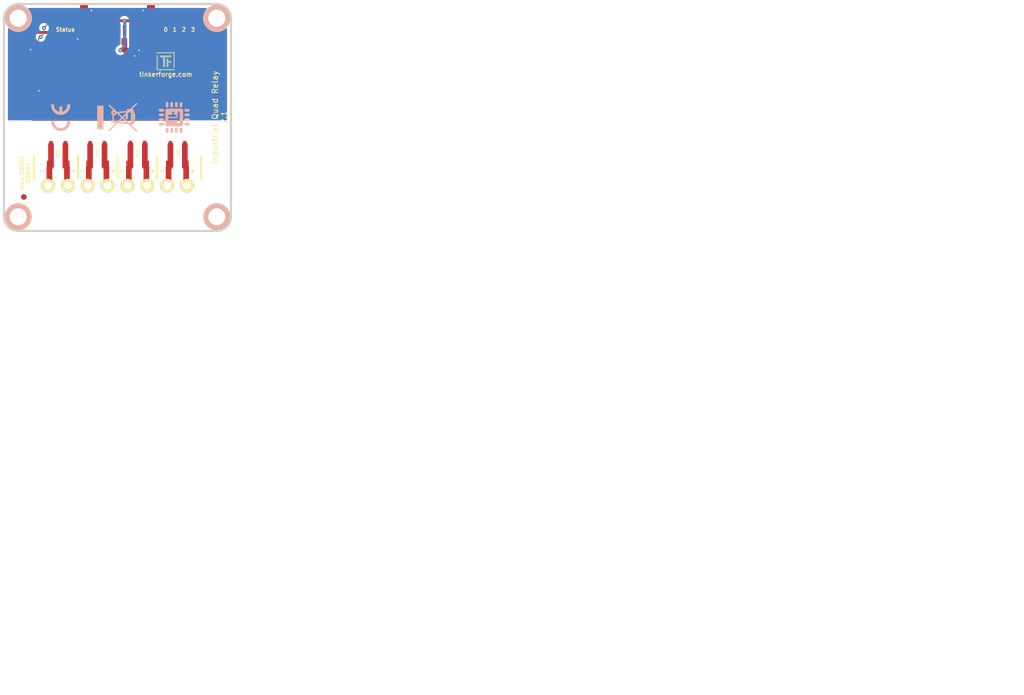
<source format=kicad_pcb>
(kicad_pcb (version 20171130) (host pcbnew 5.1.12-84ad8e8a86~92~ubuntu20.04.1)
  (title_block (title "Industrial Quad Relay Bricklet") (date 2021-12-03) (rev 2.1) (company "Tinkerforge GmbH") (comment 1 "Licensed under CERN OHL v.1.1") (comment 2 "Copyright (©) 2021, B.Nordmeyer <bastian@tinkerforge.com>"))
  (layers (0 Front signal) (31 Back signal) (34 B.Paste user) (35 F.Paste user) (36 B.SilkS user) (37 F.SilkS user) (38 B.Mask user) (39 F.Mask user) (44 Edge.Cuts user))
  (net 0 "")
  (net 1 3V3)
  (net 2 GND)
  (net 3 OUTPUT1)
  (net 4 OUTPUT2)
  (net 5 OUTPUT3)
  (net 6 "Net-(P1-Pad4)")
  (net 7 "Net-(P1-Pad5)")
  (net 8 "Net-(P1-Pad6)")
  (net 9 "Net-(P2-Pad2)")
  (net 10 "Net-(P2-Pad3)")
  (net 11 "Net-(P2-Pad4)")
  (net 12 "Net-(P2-Pad1)")
  (net 13 "Net-(P2-Pad5)")
  (net 14 "Net-(P2-Pad6)")
  (net 15 "Net-(P2-Pad7)")
  (net 16 "Net-(P2-Pad8)")
  (net 17 "Net-(RP1-Pad5)")
  (net 18 "Net-(RP1-Pad6)")
  (net 19 "Net-(RP1-Pad7)")
  (net 20 "Net-(RP1-Pad8)")
  (net 21 "Net-(C2-Pad1)")
  (net 22 "Net-(D1-Pad2)")
  (net 23 "Net-(P3-Pad1)")
  (net 24 "Net-(P4-Pad2)")
  (net 25 "Net-(R5-Pad1)")
  (net 26 S-MISO)
  (net 27 S-MOSI)
  (net 28 S-CLK)
  (net 29 S-CS)
  (net 30 LED0)
  (net 31 LED1)
  (net 32 LED2)
  (net 33 LED3)
  (net 34 OUTPUT0)
  (net 35 "Net-(D2-Pad2)")
  (net 36 "Net-(D3-Pad2)")
  (net 37 "Net-(D4-Pad2)")
  (net 38 "Net-(D5-Pad2)")
  (net 39 "Net-(P1-Pad1)")
  (net 40 "Net-(U1-Pad2)")
  (net 41 "Net-(U1-Pad3)")
  (net 42 "Net-(U1-Pad4)")
  (net 43 "Net-(U1-Pad5)")
  (net 44 "Net-(U1-Pad6)")
  (net 45 "Net-(U1-Pad8)")
  (net 46 "Net-(U1-Pad11)")
  (module kicad-libraries:CE_5mm (layer Back) (at 107.8 58.05 90)
    (fp_text reference VAL hide)
    (fp_text value CE_5mm hide)
  )
  (module kicad-libraries:WEEE_7mm (layer Back) (at 117.8 58.05 90)
    (fp_text reference VAL hide)
    (fp_text value WEEE_7mm hide)
  )
  (module kicad-libraries:Logo_31x31 (layer Front) (at 124.7 46.55)
    (fp_text reference G*** hide)
    (fp_text value Logo_31x31 hide)
  )
  (module kicad-libraries:Fiducial_Mark (layer Front) (at 135.8011 44.54906)
    (fp_text reference Fiducial_Mark hide)
    (fp_text value VAL** hide)
    (pad 1 smd circle (at 0 0) (size 1.00076 1.00076) (layers Front F.Paste F.Mask) (clearance 0.65024))
  )
  (module kicad-libraries:Fiducial_Mark (layer Front) (at 101.30028 72.04964)
    (fp_text reference Fiducial_Mark hide)
    (fp_text value VAL** hide)
    (pad 1 smd circle (at 0 0) (size 1.00076 1.00076) (layers Front F.Paste F.Mask) (clearance 0.65024))
  )
  (module kicad-libraries:DEBUG_PAD (layer Front) (at 104.35 50.2)
    (fp_text reference P3)
    (fp_text value Debug)
    (pad 1 smd circle (at 0 0) (size 0.7 0.7) (layers Front F.Paste F.Mask) (net 23 "Net-(P3-Pad1)"))
  )
  (module kicad-libraries:SolderJumper (layer Front) (at 103.95 52.1 90)
    (fp_text reference P4)
    (fp_text value Boot)
    (pad 2 smd rect (at 0.55 0 90) (size 0.3 1.4) (layers Front F.Mask) (net 24 "Net-(P4-Pad2)"))
    (pad 2 smd rect (at 0.15 0 90) (size 0.6 0.5) (layers Front F.Mask) (net 24 "Net-(P4-Pad2)"))
    (pad 1 smd rect (at -0.5 0 90) (size 0.4 1.4) (layers Front F.Mask) (net 2 GND))
    (pad 1 smd rect (at -0.225 0.55 90) (size 0.95 0.3) (layers Front F.Mask) (net 2 GND))
    (pad 1 smd rect (at -0.225 -0.55 90) (size 0.95 0.3) (layers Front F.Mask) (net 2 GND))
  )
  (module kicad-libraries:4X0402 (layer Front) (at 112.2 45.9 90)
    (fp_text reference RP2)
    (fp_text value 82)
    (pad 1 smd rect (at -0.7493 0.575 270) (size 0.29972 0.65) (layers Front F.Paste F.Mask) (net 6 "Net-(P1-Pad4)"))
    (pad 2 smd rect (at -0.24892 0.575 270) (size 0.29972 0.65) (layers Front F.Paste F.Mask) (net 7 "Net-(P1-Pad5)"))
    (pad 3 smd rect (at 0.24892 0.575 270) (size 0.29972 0.65) (layers Front F.Paste F.Mask) (net 8 "Net-(P1-Pad6)"))
    (pad 4 smd rect (at 0.7493 0.575 270) (size 0.29972 0.65) (layers Front F.Paste F.Mask) (net 21 "Net-(C2-Pad1)"))
    (pad 5 smd rect (at 0.7493 -0.575 90) (size 0.29972 0.65) (layers Front F.Paste F.Mask) (net 26 S-MISO))
    (pad 6 smd rect (at 0.24892 -0.575 90) (size 0.29972 0.65) (layers Front F.Paste F.Mask) (net 27 S-MOSI))
    (pad 7 smd rect (at -0.24892 -0.575 90) (size 0.29972 0.65) (layers Front F.Paste F.Mask) (net 28 S-CLK))
    (pad 8 smd rect (at -0.7493 -0.575 90) (size 0.29972 0.65) (layers Front F.Paste F.Mask) (net 29 S-CS))
  )
  (module kicad-libraries:QFN24-4x4mm-0.5mm (layer Front) (at 106.8 46.8 270)
    (fp_text reference U1)
    (fp_text value XMC1100)
    (pad 1 smd oval (at -2.025 -1.25 270) (size 1 0.3) (layers Front F.Paste F.Mask) (net 26 S-MISO))
    (pad 2 smd oval (at -2.025 -0.75 270) (size 1 0.3) (layers Front F.Paste F.Mask) (net 40 "Net-(U1-Pad2)"))
    (pad 3 smd oval (at -2.025 -0.25 270) (size 1 0.3) (layers Front F.Paste F.Mask) (net 41 "Net-(U1-Pad3)"))
    (pad 4 smd oval (at -2.025 0.25 270) (size 1 0.3) (layers Front F.Paste F.Mask) (net 42 "Net-(U1-Pad4)"))
    (pad 5 smd oval (at -2.025 0.75 270) (size 1 0.3) (layers Front F.Paste F.Mask) (net 43 "Net-(U1-Pad5)"))
    (pad 6 smd oval (at -2.025 1.25 270) (size 1 0.3) (layers Front F.Paste F.Mask) (net 44 "Net-(U1-Pad6)"))
    (pad 7 smd oval (at -1.25 2.025) (size 1 0.3) (layers Front F.Paste F.Mask) (net 25 "Net-(R5-Pad1)"))
    (pad 8 smd oval (at -0.75 2.025) (size 1 0.3) (layers Front F.Paste F.Mask) (net 45 "Net-(U1-Pad8)"))
    (pad 9 smd oval (at -0.25 2.025) (size 1 0.3) (layers Front F.Paste F.Mask) (net 2 GND))
    (pad 10 smd oval (at 0.25 2.025) (size 1 0.3) (layers Front F.Paste F.Mask) (net 1 3V3))
    (pad 11 smd oval (at 0.75 2.025) (size 1 0.3) (layers Front F.Paste F.Mask) (net 46 "Net-(U1-Pad11)"))
    (pad 12 smd oval (at 1.25 2.025) (size 1 0.3) (layers Front F.Paste F.Mask) (net 24 "Net-(P4-Pad2)"))
    (pad 13 smd oval (at 2.025 1.25 270) (size 1 0.3) (layers Front F.Paste F.Mask) (net 23 "Net-(P3-Pad1)"))
    (pad 14 smd oval (at 2.025 0.75 270) (size 1 0.3) (layers Front F.Paste F.Mask) (net 34 OUTPUT0))
    (pad 15 smd oval (at 2.025 0.25 270) (size 1 0.3) (layers Front F.Paste F.Mask) (net 3 OUTPUT1))
    (pad 16 smd oval (at 2.025 -0.25 270) (size 1 0.3) (layers Front F.Paste F.Mask) (net 4 OUTPUT2))
    (pad 17 smd oval (at 2.025 -0.75 270) (size 1 0.3) (layers Front F.Paste F.Mask) (net 5 OUTPUT3))
    (pad 18 smd oval (at 2.025 -1.25 270) (size 1 0.3) (layers Front F.Paste F.Mask) (net 33 LED3))
    (pad 19 smd oval (at 1.25 -2.025) (size 1 0.3) (layers Front F.Paste F.Mask) (net 32 LED2))
    (pad 20 smd oval (at 0.75 -2.025) (size 1 0.3) (layers Front F.Paste F.Mask) (net 31 LED1))
    (pad 21 smd oval (at 0.25 -2.025) (size 1 0.3) (layers Front F.Paste F.Mask) (net 30 LED0))
    (pad 22 smd oval (at -0.25 -2.025) (size 1 0.3) (layers Front F.Paste F.Mask) (net 29 S-CS))
    (pad 23 smd oval (at -0.75 -2.025) (size 1 0.3) (layers Front F.Paste F.Mask) (net 28 S-CLK))
    (pad 24 smd oval (at -1.25 -2.025) (size 1 0.3) (layers Front F.Paste F.Mask) (net 27 S-MOSI))
    (pad EXP smd rect (at 0.65 0.65 270) (size 1.3 1.3) (layers Front F.Paste F.Mask) (net 2 GND))
    (pad EXP smd rect (at 0.65 -0.65 270) (size 1.3 1.3) (layers Front F.Paste F.Mask) (net 2 GND))
    (pad EXP smd rect (at -0.65 0.65 270) (size 1.3 1.3) (layers Front F.Paste F.Mask) (net 2 GND))
    (pad EXP smd rect (at -0.65 -0.65 270) (size 1.3 1.3) (layers Front F.Paste F.Mask) (net 2 GND))
  )
  (module kicad-libraries:Logo_CoMCU (layer Back) (at 127.8 58.05 90)
    (fp_text reference G*** hide)
    (fp_text value LOGO hide)
  )
  (module kicad-libraries:C0603F (layer Front) (at 120 46.2)
    (fp_text reference C1)
    (fp_text value 100nF)
    (pad 1 smd rect (at -0.75 0) (size 0.9 0.9) (layers Front F.Paste F.Mask) (net 1 3V3))
    (pad 2 smd rect (at 0.75 0) (size 0.9 0.9) (layers Front F.Paste F.Mask) (net 2 GND))
  )
  (module kicad-libraries:C0402F (layer Front) (at 112.1 44.2 180)
    (fp_text reference C2)
    (fp_text value 220pF)
    (pad 2 smd rect (at 0.5 0 180) (size 0.6 0.7) (layers Front F.Paste F.Mask) (net 2 GND))
    (pad 1 smd rect (at -0.5 0 180) (size 0.6 0.7) (layers Front F.Paste F.Mask) (net 21 "Net-(C2-Pad1)"))
  )
  (module kicad-libraries:C0805 (layer Front) (at 120 44.7)
    (fp_text reference C3)
    (fp_text value 10uF)
    (pad 1 smd rect (at -1.00076 0) (size 1.00076 1.24968) (layers Front F.Paste F.Mask) (net 1 3V3) (clearance 0.14986))
    (pad 2 smd rect (at 1.00076 0) (size 1.00076 1.24968) (layers Front F.Paste F.Mask) (net 2 GND) (clearance 0.14986))
  )
  (module kicad-libraries:C0603F (layer Front) (at 103.3 46.9 90)
    (fp_text reference C4)
    (fp_text value 100nF)
    (pad 1 smd rect (at -0.75 0 90) (size 0.9 0.9) (layers Front F.Paste F.Mask) (net 1 3V3))
    (pad 2 smd rect (at 0.75 0 90) (size 0.9 0.9) (layers Front F.Paste F.Mask) (net 2 GND))
  )
  (module kicad-libraries:D0603F (layer Front) (at 109.3 40.55 90)
    (fp_text reference D1)
    (fp_text value blue)
    (pad 1 smd rect (at -0.75 0 90) (size 0.9 0.9) (layers Front F.Paste F.Mask) (net 1 3V3))
    (pad 2 smd rect (at 0.75 0 90) (size 0.9 0.9) (layers Front F.Paste F.Mask) (net 22 "Net-(D1-Pad2)"))
  )
  (module kicad-libraries:D0603F (layer Front) (at 126.3 40.55 270)
    (fp_text reference D2)
    (fp_text value blue)
    (pad 1 smd rect (at -0.75 0 270) (size 0.9 0.9) (layers Front F.Paste F.Mask) (net 1 3V3))
    (pad 2 smd rect (at 0.75 0 270) (size 0.9 0.9) (layers Front F.Paste F.Mask) (net 35 "Net-(D2-Pad2)"))
  )
  (module kicad-libraries:D0603F (layer Front) (at 127.9 40.55 270)
    (fp_text reference D3)
    (fp_text value blue)
    (pad 1 smd rect (at -0.75 0 270) (size 0.9 0.9) (layers Front F.Paste F.Mask) (net 1 3V3))
    (pad 2 smd rect (at 0.75 0 270) (size 0.9 0.9) (layers Front F.Paste F.Mask) (net 36 "Net-(D3-Pad2)"))
  )
  (module kicad-libraries:D0603F (layer Front) (at 129.5 40.55 270)
    (fp_text reference D4)
    (fp_text value blue)
    (pad 1 smd rect (at -0.75 0 270) (size 0.9 0.9) (layers Front F.Paste F.Mask) (net 1 3V3))
    (pad 2 smd rect (at 0.75 0 270) (size 0.9 0.9) (layers Front F.Paste F.Mask) (net 37 "Net-(D4-Pad2)"))
  )
  (module kicad-libraries:D0603F (layer Front) (at 131.1 40.55 270)
    (fp_text reference D5)
    (fp_text value blue)
    (pad 1 smd rect (at -0.75 0 270) (size 0.9 0.9) (layers Front F.Paste F.Mask) (net 1 3V3))
    (pad 2 smd rect (at 0.75 0 270) (size 0.9 0.9) (layers Front F.Paste F.Mask) (net 38 "Net-(D5-Pad2)"))
  )
  (module kicad-libraries:CON-SENSOR2 (layer Front) (at 117.80012 38.0492 180)
    (fp_text reference P1)
    (fp_text value CON-SENSOR)
    (pad 1 smd rect (at -3.75 -4.6 180) (size 0.6 1.8) (layers Front F.Paste F.Mask) (net 39 "Net-(P1-Pad1)"))
    (pad 2 smd rect (at -2.5 -4.6 180) (size 0.6 1.8) (layers Front F.Paste F.Mask) (net 2 GND))
    (pad EP smd rect (at -5.9 -1.2 180) (size 1.4 2.4) (layers Front F.Paste F.Mask) (net 2 GND))
    (pad EP smd rect (at 5.9 -1.2 180) (size 1.4 2.4) (layers Front F.Paste F.Mask) (net 2 GND))
    (pad 3 smd rect (at -1.25 -4.6 180) (size 0.6 1.8) (layers Front F.Paste F.Mask) (net 1 3V3))
    (pad 4 smd rect (at 0 -4.6 180) (size 0.6 1.8) (layers Front F.Paste F.Mask) (net 6 "Net-(P1-Pad4)"))
    (pad 5 smd rect (at 1.25 -4.6 180) (size 0.6 1.8) (layers Front F.Paste F.Mask) (net 7 "Net-(P1-Pad5)"))
    (pad 6 smd rect (at 2.5 -4.6 180) (size 0.6 1.8) (layers Front F.Paste F.Mask) (net 8 "Net-(P1-Pad6)"))
    (pad 7 smd rect (at 3.75 -4.6 180) (size 0.6 1.8) (layers Front F.Paste F.Mask) (net 21 "Net-(C2-Pad1)"))
  )
  (module kicad-libraries:OQ_8P (layer Front) (at 117.80012 70.05066)
    (fp_text reference P2)
    (fp_text value "Digital Output")
    (pad 2 thru_hole circle (at -8.7503 0) (size 2.4003 2.4003) (drill 1.39954) (layers *.Cu *.Mask F.SilkS) (net 9 "Net-(P2-Pad2)"))
    (pad 3 thru_hole circle (at -5.25018 0) (size 2.4003 2.4003) (drill 1.39954) (layers *.Cu *.Mask F.SilkS) (net 10 "Net-(P2-Pad3)"))
    (pad 4 thru_hole circle (at -1.75006 0) (size 2.4003 2.4003) (drill 1.39954) (layers *.Cu *.Mask F.SilkS) (net 11 "Net-(P2-Pad4)"))
    (pad 1 thru_hole circle (at -12.25042 0) (size 2.4003 2.4003) (drill 1.39954) (layers *.Cu *.Mask F.SilkS) (net 12 "Net-(P2-Pad1)"))
    (pad 5 thru_hole circle (at 1.75006 0) (size 2.4003 2.4003) (drill 1.39954) (layers *.Cu *.Mask F.SilkS) (net 13 "Net-(P2-Pad5)"))
    (pad 6 thru_hole circle (at 5.25018 0) (size 2.4003 2.4003) (drill 1.39954) (layers *.Cu *.Mask F.SilkS) (net 14 "Net-(P2-Pad6)"))
    (pad 7 thru_hole circle (at 8.7503 0) (size 2.4003 2.4003) (drill 1.39954) (layers *.Cu *.Mask F.SilkS) (net 15 "Net-(P2-Pad7)"))
    (pad 8 thru_hole circle (at 12.25042 0) (size 2.4003 2.4003) (drill 1.39954) (layers *.Cu *.Mask F.SilkS) (net 16 "Net-(P2-Pad8)"))
  )
  (module kicad-libraries:R1210 (layer Front) (at 107.35056 66.89852)
    (fp_text reference R1)
    (fp_text value VJ13PC0300KBA)
    (pad 1 smd rect (at -1.5494 0) (size 0.89916 2.49936) (layers Front F.Paste F.Mask) (net 12 "Net-(P2-Pad1)") (clearance 0.14986))
    (pad 2 smd rect (at 1.5494 0) (size 0.89916 2.49936) (layers Front F.Paste F.Mask) (net 9 "Net-(P2-Pad2)") (clearance 0.14986))
  )
  (module kicad-libraries:R1210 (layer Front) (at 114.3 66.89852)
    (fp_text reference R2)
    (fp_text value VJ13PC0300KBA)
    (pad 1 smd rect (at -1.5494 0) (size 0.89916 2.49936) (layers Front F.Paste F.Mask) (net 10 "Net-(P2-Pad3)") (clearance 0.14986))
    (pad 2 smd rect (at 1.5494 0) (size 0.89916 2.49936) (layers Front F.Paste F.Mask) (net 11 "Net-(P2-Pad4)") (clearance 0.14986))
  )
  (module kicad-libraries:R1210 (layer Front) (at 121.35104 66.89852)
    (fp_text reference R3)
    (fp_text value VJ13PC0300KBA)
    (pad 1 smd rect (at -1.5494 0) (size 0.89916 2.49936) (layers Front F.Paste F.Mask) (net 13 "Net-(P2-Pad5)") (clearance 0.14986))
    (pad 2 smd rect (at 1.5494 0) (size 0.89916 2.49936) (layers Front F.Paste F.Mask) (net 14 "Net-(P2-Pad6)") (clearance 0.14986))
  )
  (module kicad-libraries:R1210 (layer Front) (at 128.35128 66.89852)
    (fp_text reference R4)
    (fp_text value VJ13PC0300KBA)
    (pad 1 smd rect (at -1.5494 0) (size 0.89916 2.49936) (layers Front F.Paste F.Mask) (net 15 "Net-(P2-Pad7)") (clearance 0.14986))
    (pad 2 smd rect (at 1.5494 0) (size 0.89916 2.49936) (layers Front F.Paste F.Mask) (net 16 "Net-(P2-Pad8)") (clearance 0.14986))
  )
  (module kicad-libraries:R0603F (layer Front) (at 107.9 40.55 90)
    (fp_text reference R5)
    (fp_text value 1k)
    (pad 1 smd rect (at -0.75 0 90) (size 0.9 0.9) (layers Front F.Paste F.Mask) (net 25 "Net-(R5-Pad1)"))
    (pad 2 smd rect (at 0.75 0 90) (size 0.9 0.9) (layers Front F.Paste F.Mask) (net 22 "Net-(D1-Pad2)"))
  )
  (module kicad-libraries:0603X4 (layer Front) (at 111.3 53.05)
    (fp_text reference RP1)
    (fp_text value 1k)
    (pad 1 smd rect (at 1.19888 -0.8509) (size 0.44958 0.89916) (layers Front F.Paste F.Mask) (net 5 OUTPUT3))
    (pad 2 smd rect (at 0.39878 -0.8509) (size 0.44958 0.89916) (layers Front F.Paste F.Mask) (net 4 OUTPUT2))
    (pad 3 smd rect (at -0.39878 -0.8509) (size 0.44958 0.89916) (layers Front F.Paste F.Mask) (net 3 OUTPUT1))
    (pad 4 smd rect (at -1.19888 -0.8509) (size 0.44958 0.89916) (layers Front F.Paste F.Mask) (net 34 OUTPUT0))
    (pad 5 smd rect (at -1.19888 0.8509) (size 0.44958 0.89916) (layers Front F.Paste F.Mask) (net 17 "Net-(RP1-Pad5)"))
    (pad 6 smd rect (at -0.39878 0.8509) (size 0.44958 0.89916) (layers Front F.Paste F.Mask) (net 18 "Net-(RP1-Pad6)"))
    (pad 7 smd rect (at 0.39878 0.8509) (size 0.44958 0.89916) (layers Front F.Paste F.Mask) (net 19 "Net-(RP1-Pad7)"))
    (pad 8 smd rect (at 1.19888 0.8509) (size 0.44958 0.89916) (layers Front F.Paste F.Mask) (net 20 "Net-(RP1-Pad8)"))
  )
  (module kicad-libraries:0603X4 (layer Front) (at 115.6 49.05 90)
    (fp_text reference RP3)
    (fp_text value 1k)
    (pad 1 smd rect (at 1.19888 -0.8509 90) (size 0.44958 0.89916) (layers Front F.Paste F.Mask) (net 30 LED0))
    (pad 2 smd rect (at 0.39878 -0.8509 90) (size 0.44958 0.89916) (layers Front F.Paste F.Mask) (net 31 LED1))
    (pad 3 smd rect (at -0.39878 -0.8509 90) (size 0.44958 0.89916) (layers Front F.Paste F.Mask) (net 32 LED2))
    (pad 4 smd rect (at -1.19888 -0.8509 90) (size 0.44958 0.89916) (layers Front F.Paste F.Mask) (net 33 LED3))
    (pad 5 smd rect (at -1.19888 0.8509 90) (size 0.44958 0.89916) (layers Front F.Paste F.Mask) (net 38 "Net-(D5-Pad2)"))
    (pad 6 smd rect (at -0.39878 0.8509 90) (size 0.44958 0.89916) (layers Front F.Paste F.Mask) (net 37 "Net-(D4-Pad2)"))
    (pad 7 smd rect (at 0.39878 0.8509 90) (size 0.44958 0.89916) (layers Front F.Paste F.Mask) (net 36 "Net-(D3-Pad2)"))
    (pad 8 smd rect (at 1.19888 0.8509 90) (size 0.44958 0.89916) (layers Front F.Paste F.Mask) (net 35 "Net-(D2-Pad2)"))
  )
  (module kicad-libraries:SOP4-WIDE (layer Front) (at 107.35056 60.04814)
    (fp_text reference U2)
    (fp_text value CPC1002N)
    (pad 1 smd rect (at 1.27 -3.15) (size 0.59944 2) (layers Front F.Paste F.Mask) (net 1 3V3))
    (pad 2 smd rect (at -1.27 -3.15) (size 0.59944 2) (layers Front F.Paste F.Mask) (net 17 "Net-(RP1-Pad5)"))
    (pad 3 smd rect (at -1.27 3.15) (size 0.59944 2) (layers Front F.Paste F.Mask) (net 12 "Net-(P2-Pad1)"))
    (pad 4 smd rect (at 1.27 3.15) (size 0.59944 2) (layers Front F.Paste F.Mask) (net 9 "Net-(P2-Pad2)"))
  )
  (module kicad-libraries:SOP4-WIDE (layer Front) (at 114.2492 60.04814)
    (fp_text reference U3)
    (fp_text value CPC1002N)
    (pad 1 smd rect (at 1.27 -3.15) (size 0.59944 2) (layers Front F.Paste F.Mask) (net 1 3V3))
    (pad 2 smd rect (at -1.27 -3.15) (size 0.59944 2) (layers Front F.Paste F.Mask) (net 18 "Net-(RP1-Pad6)"))
    (pad 3 smd rect (at -1.27 3.15) (size 0.59944 2) (layers Front F.Paste F.Mask) (net 10 "Net-(P2-Pad3)"))
    (pad 4 smd rect (at 1.27 3.15) (size 0.59944 2) (layers Front F.Paste F.Mask) (net 11 "Net-(P2-Pad4)"))
  )
  (module kicad-libraries:SOP4-WIDE (layer Front) (at 121.35104 59.99988)
    (fp_text reference U4)
    (fp_text value CPC1002N)
    (pad 1 smd rect (at 1.27 -3.15) (size 0.59944 2) (layers Front F.Paste F.Mask) (net 1 3V3))
    (pad 2 smd rect (at -1.27 -3.15) (size 0.59944 2) (layers Front F.Paste F.Mask) (net 19 "Net-(RP1-Pad7)"))
    (pad 3 smd rect (at -1.27 3.15) (size 0.59944 2) (layers Front F.Paste F.Mask) (net 13 "Net-(P2-Pad5)"))
    (pad 4 smd rect (at 1.27 3.15) (size 0.59944 2) (layers Front F.Paste F.Mask) (net 14 "Net-(P2-Pad6)"))
  )
  (module kicad-libraries:SOP4-WIDE (layer Front) (at 128.39954 60.04814)
    (fp_text reference U5)
    (fp_text value CPC1002N)
    (pad 1 smd rect (at 1.27 -3.15) (size 0.59944 2) (layers Front F.Paste F.Mask) (net 1 3V3))
    (pad 2 smd rect (at -1.27 -3.15) (size 0.59944 2) (layers Front F.Paste F.Mask) (net 20 "Net-(RP1-Pad8)"))
    (pad 3 smd rect (at -1.27 3.15) (size 0.59944 2) (layers Front F.Paste F.Mask) (net 15 "Net-(P2-Pad7)"))
    (pad 4 smd rect (at 1.27 3.15) (size 0.59944 2) (layers Front F.Paste F.Mask) (net 16 "Net-(P2-Pad8)"))
  )
  (module kicad-libraries:DRILL_NP (layer Front) (at 100.29952 75.54976)
    (fp_text reference U6 hide)
    (fp_text value DRILL hide)
    (pad "" np_thru_hole circle (at 0 0) (size 2.99974 2.99974) (drill 2.99974) (layers *.Cu *.Mask F.SilkS) (clearance 0.89916))
  )
  (module kicad-libraries:DRILL_NP (layer Front) (at 100.29952 40.54856)
    (fp_text reference U7 hide)
    (fp_text value DRILL hide)
    (pad "" np_thru_hole circle (at 0 0) (size 2.99974 2.99974) (drill 2.99974) (layers *.Cu *.Mask F.SilkS) (clearance 0.89916))
  )
  (module kicad-libraries:DRILL_NP (layer Front) (at 135.30072 40.54856)
    (fp_text reference U8 hide)
    (fp_text value DRILL hide)
    (pad "" np_thru_hole circle (at 0 0) (size 2.99974 2.99974) (drill 2.99974) (layers *.Cu *.Mask F.SilkS) (clearance 0.89916))
  )
  (module kicad-libraries:DRILL_NP (layer Front) (at 135.30072 75.54976)
    (fp_text reference U9 hide)
    (fp_text value DRILL hide)
    (pad "" np_thru_hole circle (at 0 0) (size 2.99974 2.99974) (drill 2.99974) (layers *.Cu *.Mask F.SilkS) (clearance 0.89916))
  )
  (gr_text - (at 125.6 67.45) (layer F.SilkS) (effects (font (size 0.8 0.8) (thickness 0.2))))
  (gr_text - (at 118.6 67.45) (layer F.SilkS) (effects (font (size 0.8 0.8) (thickness 0.2))))
  (gr_text - (at 111.6 67.45) (layer F.SilkS) (effects (font (size 0.8 0.8) (thickness 0.2))))
  (gr_text - (at 104.6 67.45) (layer F.SilkS) (effects (font (size 0.8 0.8) (thickness 0.2))))
  (gr_text + (at 110 67.45) (layer F.SilkS) (effects (font (size 0.8 0.8) (thickness 0.2))))
  (gr_text + (at 117 67.45) (layer F.SilkS) (effects (font (size 0.8 0.8) (thickness 0.2))))
  (gr_text + (at 124 67.45) (layer F.SilkS) (effects (font (size 0.8 0.8) (thickness 0.2))))
  (gr_text + (at 131 67.45) (layer F.SilkS) (effects (font (size 0.8 0.8) (thickness 0.2))))
  (gr_text 3 (at 131.1 42.55) (layer F.SilkS) (effects (font (size 0.70104 0.70104) (thickness 0.14986))))
  (gr_text 2 (at 129.5 42.55) (layer F.SilkS) (effects (font (size 0.70104 0.70104) (thickness 0.14986))))
  (gr_text 1 (at 127.9 42.55) (layer F.SilkS) (effects (font (size 0.70104 0.70104) (thickness 0.14986))))
  (gr_text 0 (at 126.3 42.55) (layer F.SilkS) (effects (font (size 0.70104 0.70104) (thickness 0.14986))))
  (gr_text Status (at 108.6 42.55) (layer F.SilkS) (effects (font (size 0.70104 0.70104) (thickness 0.14986))))
  (gr_text "max 30VDC\n600mA" (at 101.5 67.80022 90) (layer F.SilkS) (effects (font (size 0.70104 0.70104) (thickness 0.14986))))
  (gr_line (start 132.5499 68.84924) (end 132.5499 64.84874) (angle 90) (layer F.SilkS) (width 0.381))
  (gr_line (start 124.80036 68.84924) (end 124.80036 64.84874) (angle 90) (layer F.SilkS) (width 0.381))
  (gr_line (start 117.80012 68.84924) (end 117.80012 64.84874) (angle 90) (layer F.SilkS) (width 0.381))
  (gr_line (start 110.85068 68.84924) (end 110.85068 64.84874) (angle 90) (layer F.SilkS) (width 0.381))
  (gr_line (start 103.05034 68.84924) (end 103.05034 64.84874) (angle 90) (layer F.SilkS) (width 0.381))
  (gr_text 3 (at 128.39954 64.44996) (layer F.SilkS) (effects (font (size 1.00076 1.00076) (thickness 0.14986))))
  (gr_text 2 (at 121.35104 64.44996) (layer F.SilkS) (effects (font (size 1.00076 1.00076) (thickness 0.14986))))
  (gr_text 1 (at 114.2492 64.49822) (layer F.SilkS) (effects (font (size 1.00076 1.00076) (thickness 0.14986))))
  (gr_text 0 (at 107.35056 64.49822) (layer F.SilkS) (effects (font (size 1.00076 1.00076) (thickness 0.14986))))
  (gr_text "Industrial Quad Relay\n2.1" (at 135.8 58.05 90) (layer F.SilkS) (effects (font (size 1 1))))
  (gr_text tinkerforge.com (at 126.3 50.45) (layer F.SilkS) (effects (font (size 0.8001 0.8001) (thickness 0.14986))))
  (gr_arc (start 100.3 40.55) (end 97.8 40.55) (angle 90) (layer Edge.Cuts) (width 0.381))
  (gr_arc (start 100.3 75.55) (end 100.3 78.05) (angle 90) (layer Edge.Cuts) (width 0.381))
  (gr_arc (start 135.3 75.55) (end 137.8 75.55) (angle 90) (layer Edge.Cuts) (width 0.381))
  (gr_arc (start 135.3 40.55) (end 135.3 38.05) (angle 90) (layer Edge.Cuts) (width 0.381))
  (gr_line (start 97.8 40.55) (end 97.8 75.55) (angle 90) (layer Edge.Cuts) (width 0.381))
  (gr_line (start 135.3 38.05) (end 100.3 38.05) (angle 90) (layer Edge.Cuts) (width 0.381))
  (gr_line (start 137.8 75.55) (end 137.8 40.55) (angle 90) (layer Edge.Cuts) (width 0.381))
  (gr_line (start 100.3 78.05) (end 135.3 78.05) (angle 90) (layer Edge.Cuts) (width 0.381))
  (segment (start 126.3 39.8) (end 125.75 39.8) (width 0.50038) (layer Front) (net 1))
  (segment (start 119 41) (end 119 41) (width 0.50038) (layer Front) (net 1))
  (segment (start 124.55 41) (end 119 41) (width 0.50038) (layer Front) (net 1))
  (segment (start 125.75 39.8) (end 124.55 41) (width 0.50038) (layer Front) (net 1))
  (segment (start 127.9 39.8) (end 126.3 39.8) (width 0.50038) (layer Front) (net 1))
  (segment (start 129.5 39.8) (end 127.9 39.8) (width 0.50038) (layer Front) (net 1))
  (segment (start 131.1 39.8) (end 129.5 39.8) (width 0.50038) (layer Front) (net 1))
  (segment (start 103.3 47.65) (end 102.1 47.65) (width 0.29972) (layer Front) (net 1))
  (segment (start 102.1 47.65) (end 101.6 47.15) (width 0.29972) (layer Front) (net 1))
  (segment (start 109.3 41.3) (end 109.3 42.65) (width 0.29972) (layer Front) (net 1))
  (segment (start 109.3 42.65) (end 109.7 43.05) (width 0.29972) (layer Front) (net 1))
  (segment (start 119 41) (end 113.35 41) (width 0.50038) (layer Front) (net 1))
  (segment (start 113.35 41) (end 111.3 43.05) (width 0.50038) (layer Front) (net 1))
  (segment (start 111.3 43.05) (end 109.7 43.05) (width 0.50038) (layer Front) (net 1))
  (segment (start 102.65 43.05) (end 101.6 44.1) (width 0.50038) (layer Front) (net 1))
  (segment (start 101.6 44.1) (end 101.6 47.15) (width 0.50038) (layer Front) (net 1))
  (segment (start 109.7 43.05) (end 102.65 43.05) (width 0.50038) (layer Front) (net 1))
  (segment (start 119.25 46.2) (end 118.3 46.2) (width 0.50038) (layer Front) (net 1))
  (via (at 119 41) (size 0.70104) (drill 0.24892) (layers Front Back) (net 1))
  (segment (start 119 41) (end 119.1 41.1) (width 0.50038) (layer Back) (net 1))
  (segment (start 119.1 41.1) (end 119.1 45.4) (width 0.50038) (layer Back) (net 1))
  (segment (start 119.1 45.4) (end 118.3 46.2) (width 0.50038) (layer Back) (net 1))
  (via (at 118.3 46.2) (size 0.70104) (drill 0.24892) (layers Front Back) (net 1))
  (segment (start 102.975 58.375) (end 108.875 58.375) (width 0.50038) (layer Front) (net 1))
  (segment (start 101.6 47.15) (end 101.6 57) (width 0.50038) (layer Front) (net 1))
  (segment (start 101.6 57) (end 102.975 58.375) (width 0.50038) (layer Front) (net 1))
  (segment (start 119.05012 42.6492) (end 119.05012 44.64912) (width 0.50038) (layer Front) (net 1))
  (segment (start 119.05012 44.64912) (end 118.99924 44.7) (width 0.50038) (layer Front) (net 1))
  (segment (start 119.25 46.2) (end 119.25 44.95076) (width 0.50038) (layer Front) (net 1))
  (segment (start 119.25 44.95076) (end 118.99924 44.7) (width 0.50038) (layer Front) (net 1))
  (segment (start 104.775 47.05) (end 104.15 47.05) (width 0.29972) (layer Front) (net 1))
  (segment (start 104.15 47.05) (end 103.55 47.65) (width 0.29972) (layer Front) (net 1))
  (segment (start 103.55 47.65) (end 103.3 47.65) (width 0.29972) (layer Front) (net 1))
  (segment (start 129.05 58.375) (end 129.225 58.375) (width 0.50038) (layer Front) (net 1))
  (segment (start 129.05 58.375) (end 122.875 58.375) (width 0.50038) (layer Front) (net 1))
  (segment (start 129.225 58.375) (end 129.66954 57.93046) (width 0.50038) (layer Front) (net 1))
  (segment (start 129.66954 57.93046) (end 129.66954 56.89814) (width 0.29972) (layer Front) (net 1))
  (segment (start 115.925 58.375) (end 108.875 58.375) (width 0.50038) (layer Front) (net 1))
  (segment (start 108.62056 58.12056) (end 108.62056 56.89814) (width 0.29972) (layer Front) (net 1))
  (segment (start 108.875 58.375) (end 108.62056 58.12056) (width 0.29972) (layer Front) (net 1))
  (segment (start 122.875 58.375) (end 115.925 58.375) (width 0.50038) (layer Front) (net 1))
  (segment (start 115.5192 57.9692) (end 115.5192 56.89814) (width 0.29972) (layer Front) (net 1))
  (segment (start 115.925 58.375) (end 115.5192 57.9692) (width 0.29972) (layer Front) (net 1))
  (segment (start 122.62104 58.12104) (end 122.62104 56.84988) (width 0.29972) (layer Front) (net 1))
  (segment (start 122.875 58.375) (end 122.62104 58.12104) (width 0.29972) (layer Front) (net 1))
  (segment (start 103.95 52.6) (end 103.4 52.6) (width 0.14986) (layer Front) (net 2))
  (segment (start 103.4 52.6) (end 103.4 52.3) (width 0.14986) (layer Front) (net 2))
  (segment (start 103.4 52.3) (end 103.4 52.325) (width 0.14986) (layer Front) (net 2))
  (segment (start 104.5 52.325) (end 104.5 52.6) (width 0.14986) (layer Front) (net 2))
  (segment (start 104.5 52.6) (end 103.95 52.6) (width 0.14986) (layer Front) (net 2))
  (segment (start 103.95 52.6) (end 103.95 53.35) (width 0.14986) (layer Front) (net 2))
  (via (at 103.95 53.35) (size 0.70104) (drill 0.24892) (layers Front Back) (net 2))
  (segment (start 103.3 46.15) (end 102.55 46.15) (width 0.50038) (layer Front) (net 2))
  (via (at 102.5 46.1) (size 0.70104) (drill 0.24892) (layers Front Back) (net 2))
  (segment (start 102.55 46.15) (end 102.5 46.1) (width 0.50038) (layer Front) (net 2))
  (segment (start 111.45 44.2) (end 110.8 44.2) (width 0.50038) (layer Front) (net 2))
  (via (at 110.8 44.2) (size 0.70104) (drill 0.24892) (layers Front Back) (net 2))
  (segment (start 120.75 46.2) (end 120.75 47.15) (width 0.50038) (layer Front) (net 2))
  (via (at 120.8 47.2) (size 0.70104) (drill 0.24892) (layers Front Back) (net 2))
  (segment (start 120.75 47.15) (end 120.8 47.2) (width 0.50038) (layer Front) (net 2))
  (segment (start 120.75 46.2) (end 121.6 46.2) (width 0.50038) (layer Front) (net 2))
  (via (at 121.6 46.2) (size 0.70104) (drill 0.24892) (layers Front Back) (net 2))
  (segment (start 121.00076 44.7) (end 121.00076 45.39924) (width 0.50038) (layer Front) (net 2))
  (segment (start 120.75 45.65) (end 120.75 46.2) (width 0.50038) (layer Front) (net 2))
  (segment (start 121.00076 45.39924) (end 120.75 45.65) (width 0.50038) (layer Front) (net 2))
  (segment (start 120.30012 42.6492) (end 120.30012 43.40012) (width 0.50038) (layer Front) (net 2))
  (segment (start 120.30012 43.40012) (end 121.00076 44.10076) (width 0.50038) (layer Front) (net 2))
  (segment (start 121.00076 44.10076) (end 121.00076 44.7) (width 0.50038) (layer Front) (net 2))
  (segment (start 113.20018 39.19982) (end 106.85018 39.19982) (width 0.29972) (layer Back) (net 2))
  (segment (start 106.85018 39.19982) (end 105.15092 40.89908) (width 0.29972) (layer Back) (net 2))
  (segment (start 106.15 47.45) (end 107.45 47.45) (width 0.29972) (layer Front) (net 2))
  (segment (start 106.15 46.15) (end 106.15 47.45) (width 0.29972) (layer Front) (net 2))
  (segment (start 106.15 46.15) (end 107.45 46.15) (width 0.29972) (layer Front) (net 2))
  (segment (start 104.775 46.55) (end 105.75 46.55) (width 0.29972) (layer Front) (net 2))
  (segment (start 105.75 46.55) (end 106.15 46.15) (width 0.29972) (layer Front) (net 2))
  (segment (start 104.775 46.55) (end 104.05 46.55) (width 0.29972) (layer Front) (net 2))
  (segment (start 104.05 46.55) (end 103.65 46.15) (width 0.29972) (layer Front) (net 2))
  (segment (start 103.65 46.15) (end 103.3 46.15) (width 0.29972) (layer Front) (net 2))
  (via (at 122.301 39.19982) (size 0.70104) (layers Front Back) (net 2))
  (segment (start 123.59894 39.19982) (end 122.301 39.19982) (width 0.29972) (layer Front) (net 2))
  (segment (start 113.20018 39.19982) (end 122.301 39.19982) (width 0.29972) (layer Back) (net 2))
  (via (at 113.20018 39.19982) (size 0.70104) (layers Front Back) (net 2))
  (segment (start 112.0013 39.19982) (end 113.20018 39.19982) (width 0.29972) (layer Front) (net 2))
  (segment (start 106.55 48.825) (end 106.55 50.15) (width 0.29972) (layer Front) (net 3))
  (segment (start 110.90122 51.55122) (end 110.90122 52.1991) (width 0.29972) (layer Front) (net 3))
  (segment (start 110.35 51) (end 110.90122 51.55122) (width 0.29972) (layer Front) (net 3))
  (segment (start 107.4 51) (end 110.35 51) (width 0.29972) (layer Front) (net 3))
  (segment (start 106.55 50.15) (end 107.4 51) (width 0.29972) (layer Front) (net 3))
  (segment (start 107.05 48.825) (end 107.05 49.75) (width 0.29972) (layer Front) (net 4))
  (segment (start 111.69878 51.29878) (end 111.69878 52.1991) (width 0.29972) (layer Front) (net 4))
  (segment (start 110.85 50.45) (end 111.69878 51.29878) (width 0.29972) (layer Front) (net 4))
  (segment (start 107.75 50.45) (end 110.85 50.45) (width 0.29972) (layer Front) (net 4))
  (segment (start 107.05 49.75) (end 107.75 50.45) (width 0.29972) (layer Front) (net 4))
  (segment (start 107.55 48.825) (end 107.55 49.5) (width 0.29972) (layer Front) (net 5))
  (segment (start 112.49888 50.94888) (end 112.49888 52.1991) (width 0.29972) (layer Front) (net 5))
  (segment (start 111.45 49.9) (end 112.49888 50.94888) (width 0.29972) (layer Front) (net 5))
  (segment (start 107.95 49.9) (end 111.45 49.9) (width 0.29972) (layer Front) (net 5))
  (segment (start 107.55 49.5) (end 107.95 49.9) (width 0.29972) (layer Front) (net 5))
  (segment (start 117.80012 42.6492) (end 117.80012 44.09988) (width 0.14986) (layer Front) (net 6))
  (segment (start 115.2507 46.6493) (end 112.775 46.6493) (width 0.14986) (layer Front) (net 6))
  (segment (start 117.80012 44.09988) (end 115.2507 46.6493) (width 0.14986) (layer Front) (net 6))
  (segment (start 112.775 46.14892) (end 114.75108 46.14892) (width 0.14986) (layer Front) (net 7))
  (segment (start 116.55012 44.34988) (end 116.55012 42.6492) (width 0.14986) (layer Front) (net 7))
  (segment (start 114.75108 46.14892) (end 116.55012 44.34988) (width 0.14986) (layer Front) (net 7))
  (segment (start 112.775 45.65108) (end 114.14892 45.65108) (width 0.14986) (layer Front) (net 8))
  (segment (start 115.30012 44.49988) (end 115.30012 42.6492) (width 0.14986) (layer Front) (net 8))
  (segment (start 114.14892 45.65108) (end 115.30012 44.49988) (width 0.14986) (layer Front) (net 8))
  (segment (start 108.62056 66.61912) (end 108.89996 66.89852) (width 1.00076) (layer Front) (net 9))
  (segment (start 108.62056 62.84722) (end 108.62056 66.61912) (width 1.00076) (layer Front) (net 9))
  (segment (start 108.89996 69.9008) (end 109.04982 70.05066) (width 1.00076) (layer Front) (net 9))
  (segment (start 108.89996 66.89852) (end 108.89996 69.9008) (width 1.00076) (layer Front) (net 9))
  (segment (start 112.9792 66.66992) (end 112.7506 66.89852) (width 1.00076) (layer Front) (net 10))
  (segment (start 112.9792 62.84722) (end 112.9792 66.66992) (width 1.00076) (layer Front) (net 10))
  (segment (start 112.7506 69.85) (end 112.54994 70.05066) (width 1.00076) (layer Front) (net 10))
  (segment (start 112.7506 66.89852) (end 112.7506 69.85) (width 1.00076) (layer Front) (net 10))
  (segment (start 115.8494 69.85) (end 116.05006 70.05066) (width 1.00076) (layer Front) (net 11))
  (segment (start 115.8494 66.89852) (end 115.8494 69.85) (width 1.00076) (layer Front) (net 11))
  (segment (start 115.5192 66.56832) (end 115.8494 66.89852) (width 1.00076) (layer Front) (net 11))
  (segment (start 115.5192 62.84722) (end 115.5192 66.56832) (width 1.00076) (layer Front) (net 11))
  (segment (start 106.08056 66.61912) (end 105.80116 66.89852) (width 1.00076) (layer Front) (net 12))
  (segment (start 106.08056 62.84722) (end 106.08056 66.61912) (width 1.00076) (layer Front) (net 12))
  (segment (start 105.80116 69.7992) (end 105.5497 70.05066) (width 1.00076) (layer Front) (net 12))
  (segment (start 105.80116 66.89852) (end 105.80116 69.7992) (width 1.00076) (layer Front) (net 12))
  (segment (start 119.80164 66.89852) (end 119.80164 69.7992) (width 1.00076) (layer Front) (net 13))
  (segment (start 119.80164 69.7992) (end 119.55018 70.05066) (width 1.00076) (layer Front) (net 13))
  (segment (start 120.08104 62.79896) (end 120.08104 66.61912) (width 1.00076) (layer Front) (net 13))
  (segment (start 120.08104 66.61912) (end 119.80164 66.89852) (width 1.00076) (layer Front) (net 13))
  (segment (start 122.90044 66.89852) (end 122.90044 69.9008) (width 1.00076) (layer Front) (net 14))
  (segment (start 122.90044 69.9008) (end 123.0503 70.05066) (width 1.00076) (layer Front) (net 14))
  (segment (start 122.62104 62.79896) (end 122.62104 66.61912) (width 1.00076) (layer Front) (net 14))
  (segment (start 122.62104 66.61912) (end 122.90044 66.89852) (width 1.00076) (layer Front) (net 14))
  (segment (start 127.12954 66.57086) (end 126.80188 66.89852) (width 1.00076) (layer Front) (net 15))
  (segment (start 127.12954 62.84722) (end 127.12954 66.57086) (width 1.00076) (layer Front) (net 15))
  (segment (start 126.80188 69.7992) (end 126.55042 70.05066) (width 1.00076) (layer Front) (net 15))
  (segment (start 126.80188 66.89852) (end 126.80188 69.7992) (width 1.00076) (layer Front) (net 15))
  (segment (start 129.66954 66.66738) (end 129.90068 66.89852) (width 1.00076) (layer Front) (net 16))
  (segment (start 129.66954 62.84722) (end 129.66954 66.66738) (width 1.00076) (layer Front) (net 16))
  (segment (start 129.90068 69.9008) (end 130.05054 70.05066) (width 1.00076) (layer Front) (net 16))
  (segment (start 129.90068 66.89852) (end 129.90068 69.9008) (width 1.00076) (layer Front) (net 16))
  (segment (start 106.08056 56.89814) (end 106.08056 55.86944) (width 0.29972) (layer Front) (net 17))
  (segment (start 110.10112 54.44888) (end 110.10112 53.9009) (width 0.29972) (layer Front) (net 17))
  (segment (start 109.35 55.2) (end 110.10112 54.44888) (width 0.29972) (layer Front) (net 17))
  (segment (start 106.75 55.2) (end 109.35 55.2) (width 0.29972) (layer Front) (net 17))
  (segment (start 106.08056 55.86944) (end 106.75 55.2) (width 0.29972) (layer Front) (net 17))
  (segment (start 110.90122 53.9009) (end 110.90122 54.80122) (width 0.29972) (layer Front) (net 18))
  (segment (start 112.7 55.7) (end 112.9792 55.9792) (width 0.29972) (layer Front) (net 18))
  (segment (start 111.8 55.7) (end 112.7 55.7) (width 0.29972) (layer Front) (net 18))
  (segment (start 110.90122 54.80122) (end 111.8 55.7) (width 0.29972) (layer Front) (net 18))
  (segment (start 112.9792 55.9792) (end 112.9792 56.89814) (width 0.29972) (layer Front) (net 18))
  (segment (start 111.69878 53.9009) (end 111.69878 54.44878) (width 0.29972) (layer Front) (net 19))
  (segment (start 120.08104 55.83104) (end 120.08104 56.84988) (width 0.29972) (layer Front) (net 19))
  (segment (start 119.4 55.15) (end 120.08104 55.83104) (width 0.29972) (layer Front) (net 19))
  (segment (start 112.4 55.15) (end 119.4 55.15) (width 0.29972) (layer Front) (net 19))
  (segment (start 111.69878 54.44878) (end 112.4 55.15) (width 0.29972) (layer Front) (net 19))
  (segment (start 112.49888 53.9009) (end 112.49888 54.34888) (width 0.29972) (layer Front) (net 20))
  (segment (start 112.49888 54.34888) (end 112.7 54.55) (width 0.29972) (layer Front) (net 20))
  (segment (start 112.7 54.55) (end 125.9 54.55) (width 0.29972) (layer Front) (net 20))
  (segment (start 125.9 54.55) (end 127.12954 55.77954) (width 0.29972) (layer Front) (net 20))
  (segment (start 127.12954 55.77954) (end 127.12954 56.89814) (width 0.29972) (layer Front) (net 20))
  (segment (start 112.75 44.2) (end 113.6 44.2) (width 0.14986) (layer Front) (net 21))
  (segment (start 114.05012 43.74988) (end 114.05012 42.6492) (width 0.14986) (layer Front) (net 21))
  (segment (start 113.6 44.2) (end 114.05012 43.74988) (width 0.14986) (layer Front) (net 21))
  (segment (start 112.775 45.1507) (end 112.775 44.225) (width 0.14986) (layer Front) (net 21))
  (segment (start 112.775 44.225) (end 112.75 44.2) (width 0.14986) (layer Front) (net 21))
  (segment (start 107.9 39.8) (end 109.3 39.8) (width 0.29972) (layer Front) (net 22))
  (segment (start 105.55 48.825) (end 105.55 49.4) (width 0.14986) (layer Front) (net 23))
  (segment (start 104.75 50.2) (end 104.35 50.2) (width 0.14986) (layer Front) (net 23))
  (segment (start 105.55 49.4) (end 104.75 50.2) (width 0.14986) (layer Front) (net 23))
  (segment (start 103.95 51.55) (end 103.95 51.05) (width 0.14986) (layer Front) (net 24))
  (segment (start 104.25 48.05) (end 104.775 48.05) (width 0.14986) (layer Front) (net 24))
  (segment (start 103.45 48.85) (end 104.25 48.05) (width 0.14986) (layer Front) (net 24))
  (segment (start 103.45 50.55) (end 103.45 48.85) (width 0.14986) (layer Front) (net 24))
  (segment (start 103.95 51.05) (end 103.45 50.55) (width 0.14986) (layer Front) (net 24))
  (segment (start 103.95 51.95) (end 103.95 51.55) (width 0.14986) (layer Front) (net 24))
  (segment (start 104.775 48.05) (end 104.45 48.05) (width 0.29972) (layer Front) (net 24))
  (segment (start 104.775 45.55) (end 104.3 45.55) (width 0.14986) (layer Front) (net 25))
  (segment (start 104.3 45.55) (end 103.9 45.15) (width 0.14986) (layer Front) (net 25))
  (segment (start 103.9 45.15) (end 103.9 44.2) (width 0.14986) (layer Front) (net 25))
  (segment (start 103.9 44.2) (end 104.25 43.85) (width 0.14986) (layer Front) (net 25))
  (via (at 104.25 43.85) (size 0.70104) (drill 0.24892) (layers Front Back) (net 25))
  (segment (start 104.25 43.85) (end 104.85 43.25) (width 0.14986) (layer Back) (net 25))
  (segment (start 104.85 43.25) (end 104.85 42.25) (width 0.14986) (layer Back) (net 25))
  (via (at 104.85 42.25) (size 0.70104) (drill 0.24892) (layers Front Back) (net 25))
  (segment (start 104.85 42.25) (end 105.8 41.3) (width 0.14986) (layer Front) (net 25))
  (segment (start 105.8 41.3) (end 107.9 41.3) (width 0.14986) (layer Front) (net 25))
  (segment (start 108.05 44.775) (end 109.575 44.775) (width 0.14986) (layer Front) (net 26))
  (segment (start 109.9507 45.1507) (end 111.625 45.1507) (width 0.14986) (layer Front) (net 26))
  (segment (start 109.575 44.775) (end 109.9507 45.1507) (width 0.14986) (layer Front) (net 26))
  (segment (start 108.825 45.55) (end 110.85 45.55) (width 0.14986) (layer Front) (net 27))
  (segment (start 110.95108 45.65108) (end 111.625 45.65108) (width 0.14986) (layer Front) (net 27))
  (segment (start 110.85 45.55) (end 110.95108 45.65108) (width 0.14986) (layer Front) (net 27))
  (segment (start 108.825 46.05) (end 110.75 46.05) (width 0.14986) (layer Front) (net 28))
  (segment (start 110.84892 46.14892) (end 111.625 46.14892) (width 0.14986) (layer Front) (net 28))
  (segment (start 110.75 46.05) (end 110.84892 46.14892) (width 0.14986) (layer Front) (net 28))
  (segment (start 108.825 46.55) (end 110.95 46.55) (width 0.14986) (layer Front) (net 29))
  (segment (start 111.0493 46.6493) (end 111.625 46.6493) (width 0.14986) (layer Front) (net 29))
  (segment (start 110.95 46.55) (end 111.0493 46.6493) (width 0.14986) (layer Front) (net 29))
  (segment (start 108.825 47.05) (end 110.25 47.05) (width 0.14986) (layer Front) (net 30))
  (segment (start 111.05112 47.85112) (end 114.7491 47.85112) (width 0.14986) (layer Front) (net 30))
  (segment (start 110.25 47.05) (end 111.05112 47.85112) (width 0.14986) (layer Front) (net 30))
  (segment (start 108.825 47.55) (end 110.05 47.55) (width 0.14986) (layer Front) (net 31))
  (segment (start 113.90122 48.65122) (end 114.7491 48.65122) (width 0.14986) (layer Front) (net 31))
  (segment (start 113.7 48.45) (end 113.90122 48.65122) (width 0.14986) (layer Front) (net 31))
  (segment (start 110.95 48.45) (end 113.7 48.45) (width 0.14986) (layer Front) (net 31))
  (segment (start 110.05 47.55) (end 110.95 48.45) (width 0.14986) (layer Front) (net 31))
  (segment (start 108.825 48.05) (end 109.8 48.05) (width 0.14986) (layer Front) (net 32))
  (segment (start 113.84878 49.44878) (end 114.7491 49.44878) (width 0.14986) (layer Front) (net 32))
  (segment (start 113.25 48.85) (end 113.84878 49.44878) (width 0.14986) (layer Front) (net 32))
  (segment (start 110.6 48.85) (end 113.25 48.85) (width 0.14986) (layer Front) (net 32))
  (segment (start 109.8 48.05) (end 110.6 48.85) (width 0.14986) (layer Front) (net 32))
  (segment (start 108.05 48.825) (end 108.05 49.2) (width 0.14986) (layer Front) (net 33))
  (segment (start 108.05 49.2) (end 108.25 49.4) (width 0.14986) (layer Front) (net 33))
  (segment (start 108.25 49.4) (end 112.85 49.4) (width 0.14986) (layer Front) (net 33))
  (segment (start 112.85 49.4) (end 113.69888 50.24888) (width 0.14986) (layer Front) (net 33))
  (segment (start 113.69888 50.24888) (end 114.7491 50.24888) (width 0.14986) (layer Front) (net 33))
  (segment (start 106.05 48.825) (end 106.05 50.55) (width 0.29972) (layer Front) (net 34))
  (segment (start 109.85 51.5) (end 110.10112 51.75112) (width 0.29972) (layer Front) (net 34))
  (segment (start 107 51.5) (end 109.85 51.5) (width 0.29972) (layer Front) (net 34))
  (segment (start 106.05 50.55) (end 107 51.5) (width 0.29972) (layer Front) (net 34))
  (segment (start 110.10112 51.75112) (end 110.10112 52.1991) (width 0.29972) (layer Front) (net 34))
  (segment (start 116.4509 47.85112) (end 123.34888 47.85112) (width 0.14986) (layer Front) (net 35))
  (segment (start 126.3 44.9) (end 126.3 41.3) (width 0.14986) (layer Front) (net 35))
  (segment (start 123.34888 47.85112) (end 126.3 44.9) (width 0.14986) (layer Front) (net 35))
  (segment (start 116.4509 48.65122) (end 123.84878 48.65122) (width 0.14986) (layer Front) (net 36))
  (segment (start 127.9 44.6) (end 127.9 41.3) (width 0.14986) (layer Front) (net 36))
  (segment (start 123.84878 48.65122) (end 127.9 44.6) (width 0.14986) (layer Front) (net 36))
  (segment (start 116.4509 49.44878) (end 124.30122 49.44878) (width 0.14986) (layer Front) (net 37))
  (segment (start 129.5 44.25) (end 129.5 41.3) (width 0.14986) (layer Front) (net 37))
  (segment (start 124.30122 49.44878) (end 129.5 44.25) (width 0.14986) (layer Front) (net 37))
  (segment (start 116.4509 50.24888) (end 124.80112 50.24888) (width 0.14986) (layer Front) (net 38))
  (segment (start 131.1 43.95) (end 131.1 41.3) (width 0.14986) (layer Front) (net 38))
  (segment (start 124.80112 50.24888) (end 131.1 43.95) (width 0.14986) (layer Front) (net 38))
  (zone (net 2) (net_name GND) (layer Back) (connect_pads (clearance 0.5)) (min_thickness 0.254) (fill yes (arc_segments 16) (thermal_gap 0.5) (thermal_bridge_width 0.5))
    (polygon (pts (xy 137.80008 58.54954) (xy 137.80008 38.0492) (xy 97.80016 38.0492) (xy 97.80016 58.54954)))
  )
)
</source>
